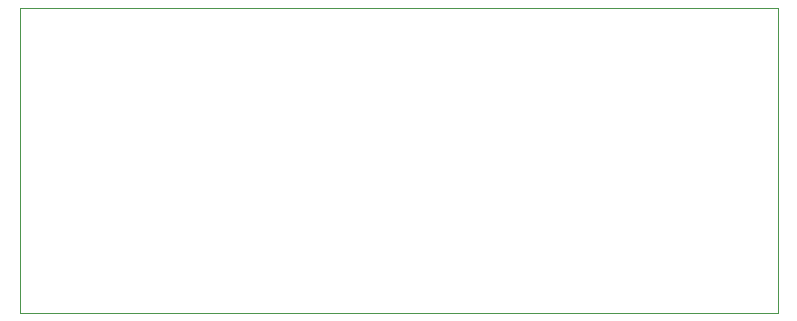
<source format=gbr>
%TF.GenerationSoftware,KiCad,Pcbnew,7.0.6*%
%TF.CreationDate,2024-04-30T22:33:33+02:00*%
%TF.ProjectId,MatchboxV2_HC,4d617463-6862-46f7-9856-325f48432e6b,rev?*%
%TF.SameCoordinates,Original*%
%TF.FileFunction,Profile,NP*%
%FSLAX46Y46*%
G04 Gerber Fmt 4.6, Leading zero omitted, Abs format (unit mm)*
G04 Created by KiCad (PCBNEW 7.0.6) date 2024-04-30 22:33:33*
%MOMM*%
%LPD*%
G01*
G04 APERTURE LIST*
%TA.AperFunction,Profile*%
%ADD10C,0.100000*%
%TD*%
G04 APERTURE END LIST*
D10*
X116900000Y-79000000D02*
X181100000Y-79000000D01*
X181100000Y-104800000D01*
X116900000Y-104800000D01*
X116900000Y-79000000D01*
M02*

</source>
